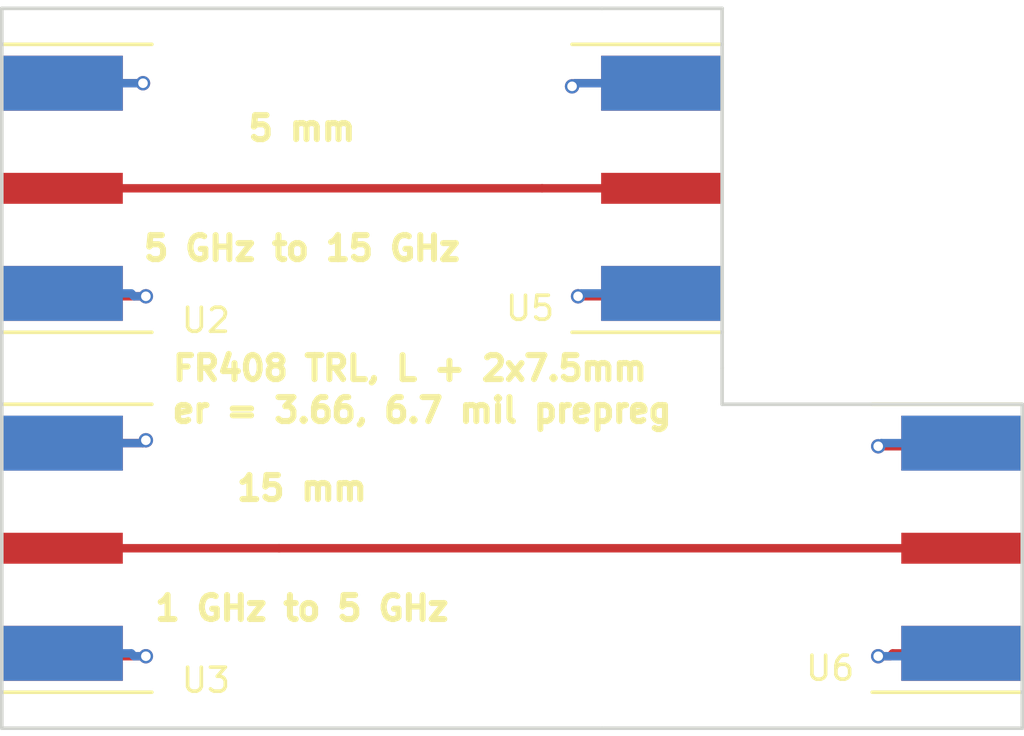
<source format=kicad_pcb>
(kicad_pcb (version 4) (host pcbnew 4.0.2-stable)

  (general
    (links 17)
    (no_connects 1)
    (area 147.224999 81.875 190.275001 112.975)
    (thickness 1.6)
    (drawings 16)
    (tracks 45)
    (zones 0)
    (modules 4)
    (nets 4)
  )

  (page A4)
  (layers
    (0 F.Cu signal)
    (1 In1.Cu signal)
    (2 In2.Cu signal)
    (31 B.Cu signal)
    (32 B.Adhes user)
    (33 F.Adhes user)
    (34 B.Paste user)
    (35 F.Paste user)
    (36 B.SilkS user)
    (37 F.SilkS user)
    (38 B.Mask user)
    (39 F.Mask user)
    (40 Dwgs.User user)
    (41 Cmts.User user)
    (42 Eco1.User user)
    (43 Eco2.User user)
    (44 Edge.Cuts user)
    (45 Margin user)
    (46 B.CrtYd user)
    (47 F.CrtYd user)
    (48 B.Fab user)
    (49 F.Fab user)
  )

  (setup
    (last_trace_width 0.35)
    (trace_clearance 0.2)
    (zone_clearance 0.508)
    (zone_45_only no)
    (trace_min 0.2)
    (segment_width 0.2)
    (edge_width 0.15)
    (via_size 0.6)
    (via_drill 0.4)
    (via_min_size 0.4)
    (via_min_drill 0.3)
    (uvia_size 0.3)
    (uvia_drill 0.1)
    (uvias_allowed no)
    (uvia_min_size 0.2)
    (uvia_min_drill 0.1)
    (pcb_text_width 0.3)
    (pcb_text_size 1.5 1.5)
    (mod_edge_width 0.15)
    (mod_text_size 1 1)
    (mod_text_width 0.15)
    (pad_size 1.524 1.524)
    (pad_drill 0.762)
    (pad_to_mask_clearance 0.2)
    (aux_axis_origin 0 0)
    (visible_elements FFFEFF7F)
    (pcbplotparams
      (layerselection 0x010f0_80000007)
      (usegerberextensions true)
      (excludeedgelayer true)
      (linewidth 0.100000)
      (plotframeref false)
      (viasonmask false)
      (mode 1)
      (useauxorigin false)
      (hpglpennumber 1)
      (hpglpenspeed 20)
      (hpglpendiameter 15)
      (hpglpenoverlay 2)
      (psnegative false)
      (psa4output false)
      (plotreference true)
      (plotvalue true)
      (plotinvisibletext false)
      (padsonsilk false)
      (subtractmaskfromsilk false)
      (outputformat 1)
      (mirror false)
      (drillshape 0)
      (scaleselection 1)
      (outputdirectory gerbs/))
  )

  (net 0 "")
  (net 1 GND)
  (net 2 "Net-(U2-Pad1)")
  (net 3 "Net-(U3-Pad1)")

  (net_class Default "This is the default net class."
    (clearance 0.2)
    (trace_width 0.35)
    (via_dia 0.6)
    (via_drill 0.4)
    (uvia_dia 0.3)
    (uvia_drill 0.1)
    (add_net GND)
    (add_net "Net-(U2-Pad1)")
    (add_net "Net-(U3-Pad1)")
  )

  (module vna_footprints:732511150_sma_thin (layer F.Cu) (tedit 571B3D40) (tstamp 571E61C5)
    (at 175 90 90)
    (path /571E6007)
    (fp_text reference U5 (at -5 -5.5 180) (layer F.SilkS)
      (effects (font (size 1 1) (thickness 0.15)))
    )
    (fp_text value CONN_SMA (at 7 -3.5 180) (layer F.Fab)
      (effects (font (size 1 1) (thickness 0.15)))
    )
    (fp_line (start 6 2.5) (end 6 -3.75) (layer F.SilkS) (width 0.15))
    (fp_line (start -6 2.5) (end -6 -3.75) (layer F.SilkS) (width 0.15))
    (pad 1 smd rect (at 0 0 90) (size 1.29 5.08) (layers F.Cu F.Paste F.Mask)
      (net 2 "Net-(U2-Pad1)"))
    (pad 2 smd rect (at 4.38 0 90) (size 2.29 5.08) (layers F.Cu F.Paste F.Mask)
      (net 1 GND))
    (pad 3 smd rect (at -4.38 0 90) (size 2.29 5.08) (layers F.Cu F.Paste F.Mask)
      (net 1 GND))
    (pad 4 smd rect (at -4.38 0 90) (size 2.29 5.08) (layers B.Cu B.Paste B.Mask)
      (net 1 GND))
    (pad 5 smd rect (at 4.38 0 90) (size 2.29 5.08) (layers B.Cu B.Paste B.Mask)
      (net 1 GND))
  )

  (module vna_footprints:732511150_sma_thin (layer F.Cu) (tedit 571B3D40) (tstamp 571E61AA)
    (at 150 90 270)
    (path /571E60B6)
    (fp_text reference U2 (at 5.5 -6 360) (layer F.SilkS)
      (effects (font (size 1 1) (thickness 0.15)))
    )
    (fp_text value CONN_SMA (at 7 -3.5 360) (layer F.Fab)
      (effects (font (size 1 1) (thickness 0.15)))
    )
    (fp_line (start 6 2.5) (end 6 -3.75) (layer F.SilkS) (width 0.15))
    (fp_line (start -6 2.5) (end -6 -3.75) (layer F.SilkS) (width 0.15))
    (pad 1 smd rect (at 0 0 270) (size 1.29 5.08) (layers F.Cu F.Paste F.Mask)
      (net 2 "Net-(U2-Pad1)"))
    (pad 2 smd rect (at 4.38 0 270) (size 2.29 5.08) (layers F.Cu F.Paste F.Mask)
      (net 1 GND))
    (pad 3 smd rect (at -4.38 0 270) (size 2.29 5.08) (layers F.Cu F.Paste F.Mask)
      (net 1 GND))
    (pad 4 smd rect (at -4.38 0 270) (size 2.29 5.08) (layers B.Cu B.Paste B.Mask)
      (net 1 GND))
    (pad 5 smd rect (at 4.38 0 270) (size 2.29 5.08) (layers B.Cu B.Paste B.Mask)
      (net 1 GND))
  )

  (module vna_footprints:732511150_sma_thin (layer F.Cu) (tedit 571B3D40) (tstamp 571E61B3)
    (at 150 105 270)
    (path /571E6A91)
    (fp_text reference U3 (at 5.5 -6 360) (layer F.SilkS)
      (effects (font (size 1 1) (thickness 0.15)))
    )
    (fp_text value CONN_SMA (at 7 -3.5 360) (layer F.Fab)
      (effects (font (size 1 1) (thickness 0.15)))
    )
    (fp_line (start 6 2.5) (end 6 -3.75) (layer F.SilkS) (width 0.15))
    (fp_line (start -6 2.5) (end -6 -3.75) (layer F.SilkS) (width 0.15))
    (pad 1 smd rect (at 0 0 270) (size 1.29 5.08) (layers F.Cu F.Paste F.Mask)
      (net 3 "Net-(U3-Pad1)"))
    (pad 2 smd rect (at 4.38 0 270) (size 2.29 5.08) (layers F.Cu F.Paste F.Mask)
      (net 1 GND))
    (pad 3 smd rect (at -4.38 0 270) (size 2.29 5.08) (layers F.Cu F.Paste F.Mask)
      (net 1 GND))
    (pad 4 smd rect (at -4.38 0 270) (size 2.29 5.08) (layers B.Cu B.Paste B.Mask)
      (net 1 GND))
    (pad 5 smd rect (at 4.38 0 270) (size 2.29 5.08) (layers B.Cu B.Paste B.Mask)
      (net 1 GND))
  )

  (module vna_footprints:732511150_sma_thin (layer F.Cu) (tedit 571B3D40) (tstamp 571E6509)
    (at 187.5 105 90)
    (path /571E6A7C)
    (fp_text reference U6 (at -5 -5.5 180) (layer F.SilkS)
      (effects (font (size 1 1) (thickness 0.15)))
    )
    (fp_text value CONN_SMA (at 7 -3.5 180) (layer F.Fab)
      (effects (font (size 1 1) (thickness 0.15)))
    )
    (fp_line (start 6 2.5) (end 6 -3.75) (layer F.SilkS) (width 0.15))
    (fp_line (start -6 2.5) (end -6 -3.75) (layer F.SilkS) (width 0.15))
    (pad 1 smd rect (at 0 0 90) (size 1.29 5.08) (layers F.Cu F.Paste F.Mask)
      (net 3 "Net-(U3-Pad1)"))
    (pad 2 smd rect (at 4.38 0 90) (size 2.29 5.08) (layers F.Cu F.Paste F.Mask)
      (net 1 GND))
    (pad 3 smd rect (at -4.38 0 90) (size 2.29 5.08) (layers F.Cu F.Paste F.Mask)
      (net 1 GND))
    (pad 4 smd rect (at -4.38 0 90) (size 2.29 5.08) (layers B.Cu B.Paste B.Mask)
      (net 1 GND))
    (pad 5 smd rect (at 4.38 0 90) (size 2.29 5.08) (layers B.Cu B.Paste B.Mask)
      (net 1 GND))
  )

  (gr_text "er = 3.66, 6.7 mil prepreg" (at 165 99.25) (layer F.SilkS) (tstamp 571E691C)
    (effects (font (size 1 1) (thickness 0.25)))
  )
  (gr_line (start 190 112.5) (end 172.5 112.5) (layer Edge.Cuts) (width 0.15))
  (gr_line (start 190 111.5) (end 190 112.5) (layer Edge.Cuts) (width 0.15))
  (gr_line (start 190 99) (end 190 111.5) (layer Edge.Cuts) (width 0.15))
  (gr_line (start 177.5 99) (end 190 99) (layer Edge.Cuts) (width 0.15))
  (gr_line (start 177.5 97.5) (end 177.5 99) (layer Edge.Cuts) (width 0.15))
  (gr_line (start 172.5 82.5) (end 177.5 82.5) (layer Edge.Cuts) (width 0.15))
  (gr_text "FR408 TRL, L + 2x7.5mm" (at 164.5 97.5) (layer F.SilkS) (tstamp 571E675D)
    (effects (font (size 1 1) (thickness 0.25)))
  )
  (gr_text "1 GHz to 5 GHz" (at 160 107.5) (layer F.SilkS) (tstamp 571E6742)
    (effects (font (size 1 1) (thickness 0.25)))
  )
  (gr_text "15 mm" (at 160 102.5) (layer F.SilkS) (tstamp 571E673C)
    (effects (font (size 1 1) (thickness 0.25)))
  )
  (gr_text "5 mm" (at 160 87.5) (layer F.SilkS) (tstamp 571E6734)
    (effects (font (size 1 1) (thickness 0.25)))
  )
  (gr_text "5 GHz to 15 GHz" (at 160 92.5) (layer F.SilkS) (tstamp 571E6717)
    (effects (font (size 1 1) (thickness 0.25)))
  )
  (gr_line (start 172.5 112.5) (end 147.5 112.5) (layer Edge.Cuts) (width 0.15))
  (gr_line (start 177.5 82.5) (end 177.5 97.5) (layer Edge.Cuts) (width 0.15))
  (gr_line (start 147.5 82.5) (end 172.5 82.5) (layer Edge.Cuts) (width 0.15))
  (gr_line (start 147.5 112.5) (end 147.5 82.5) (layer Edge.Cuts) (width 0.15))

  (segment (start 171.5 94.5) (end 174.88 94.5) (width 0.35) (layer F.Cu) (net 1))
  (segment (start 174.88 94.5) (end 175 94.38) (width 0.35) (layer F.Cu) (net 1))
  (segment (start 175 94.38) (end 171.62 94.38) (width 0.35) (layer B.Cu) (net 1))
  (segment (start 171.62 94.38) (end 171.5 94.5) (width 0.35) (layer B.Cu) (net 1))
  (segment (start 187.5 100.62) (end 184.13 100.62) (width 0.35) (layer B.Cu) (net 1))
  (segment (start 184.13 100.62) (end 184 100.75) (width 0.35) (layer B.Cu) (net 1) (tstamp 571E68A5))
  (segment (start 175 85.62) (end 171.38 85.62) (width 0.35) (layer B.Cu) (net 1))
  (segment (start 171.38 85.62) (end 171.25 85.75) (width 0.35) (layer B.Cu) (net 1))
  (segment (start 175 85.62) (end 171.38 85.62) (width 0.35) (layer F.Cu) (net 1))
  (segment (start 171.38 85.62) (end 171.25 85.75) (width 0.35) (layer F.Cu) (net 1))
  (via (at 171.25 85.75) (size 0.6) (drill 0.4) (layers F.Cu B.Cu) (net 1))
  (via (at 171.5 94.5) (size 0.6) (drill 0.4) (layers F.Cu B.Cu) (net 1))
  (segment (start 184 109.5) (end 187.38 109.5) (width 0.35) (layer B.Cu) (net 1))
  (segment (start 187.38 109.5) (end 187.5 109.38) (width 0.35) (layer B.Cu) (net 1))
  (segment (start 184.49 109.5) (end 184 109.5) (width 0.35) (layer F.Cu) (net 1))
  (via (at 184 109.5) (size 0.6) (drill 0.4) (layers F.Cu B.Cu) (net 1))
  (segment (start 187.5 109.38) (end 184.61 109.38) (width 0.35) (layer F.Cu) (net 1))
  (segment (start 184.61 109.38) (end 184.49 109.5) (width 0.35) (layer F.Cu) (net 1))
  (segment (start 184 100.75) (end 187.37 100.75) (width 0.35) (layer F.Cu) (net 1))
  (via (at 184 100.75) (size 0.6) (drill 0.4) (layers F.Cu B.Cu) (net 1))
  (segment (start 187.37 100.75) (end 187.5 100.62) (width 0.35) (layer F.Cu) (net 1))
  (segment (start 153.38 85.62) (end 150 85.62) (width 0.35) (layer B.Cu) (net 1))
  (segment (start 153.38 85.62) (end 150 85.62) (width 0.35) (layer F.Cu) (net 1))
  (via (at 153.38 85.62) (size 0.6) (drill 0.4) (layers F.Cu B.Cu) (net 1))
  (segment (start 153.5 94.5) (end 150.12 94.5) (width 0.35) (layer F.Cu) (net 1))
  (segment (start 150.12 94.5) (end 150 94.38) (width 0.35) (layer F.Cu) (net 1))
  (segment (start 153.01 94.5) (end 153.5 94.5) (width 0.35) (layer B.Cu) (net 1))
  (via (at 153.5 94.5) (size 0.6) (drill 0.4) (layers F.Cu B.Cu) (net 1))
  (segment (start 150 94.38) (end 152.89 94.38) (width 0.35) (layer B.Cu) (net 1))
  (segment (start 152.89 94.38) (end 153.01 94.5) (width 0.35) (layer B.Cu) (net 1))
  (segment (start 150 100.62) (end 153.38 100.62) (width 0.35) (layer B.Cu) (net 1))
  (segment (start 153.38 100.62) (end 153.5 100.5) (width 0.35) (layer B.Cu) (net 1))
  (segment (start 150 100.62) (end 153.38 100.62) (width 0.35) (layer F.Cu) (net 1))
  (segment (start 153.38 100.62) (end 153.5 100.5) (width 0.35) (layer F.Cu) (net 1))
  (via (at 153.5 100.5) (size 0.6) (drill 0.4) (layers F.Cu B.Cu) (net 1))
  (segment (start 153.5 109.5) (end 150.12 109.5) (width 0.35) (layer F.Cu) (net 1))
  (segment (start 150.12 109.5) (end 150 109.38) (width 0.35) (layer F.Cu) (net 1))
  (segment (start 153.01 109.5) (end 153.5 109.5) (width 0.35) (layer B.Cu) (net 1))
  (via (at 153.5 109.5) (size 0.6) (drill 0.4) (layers F.Cu B.Cu) (net 1))
  (segment (start 150 109.38) (end 152.89 109.38) (width 0.35) (layer B.Cu) (net 1))
  (segment (start 152.89 109.38) (end 153.01 109.5) (width 0.35) (layer B.Cu) (net 1))
  (segment (start 170 90) (end 175 90) (width 0.35) (layer F.Cu) (net 2))
  (segment (start 150 90) (end 170 90) (width 0.35) (layer F.Cu) (net 2))
  (segment (start 150 105) (end 159.05 105) (width 0.35) (layer F.Cu) (net 3))
  (segment (start 159.05 105) (end 187.5 105) (width 0.35) (layer F.Cu) (net 3))

  (zone (net 1) (net_name GND) (layer In1.Cu) (tstamp 0) (hatch edge 0.508)
    (connect_pads yes (clearance 0.508))
    (min_thickness 0.254)
    (fill yes (arc_segments 16) (thermal_gap 0.508) (thermal_bridge_width 0.508))
    (polygon
      (pts
        (xy 147.5 82.5) (xy 147.5 112.5) (xy 177.5 112.5) (xy 177.5 82.5)
      )
    )
    (filled_polygon
      (pts
        (xy 176.79 99) (xy 176.844046 99.271705) (xy 176.997954 99.502046) (xy 177.228295 99.655954) (xy 177.373 99.684738)
        (xy 177.373 111.79) (xy 148.21 111.79) (xy 148.21 83.21) (xy 176.79 83.21)
      )
    )
  )
  (zone (net 1) (net_name GND) (layer In1.Cu) (tstamp 0) (hatch edge 0.508)
    (connect_pads yes (clearance 0.508))
    (min_thickness 0.254)
    (fill yes (arc_segments 16) (thermal_gap 0.508) (thermal_bridge_width 0.508))
    (polygon
      (pts
        (xy 190 98.5) (xy 175 98.5) (xy 175.25 112.5) (xy 190 112.5)
      )
    )
    (filled_polygon
      (pts
        (xy 176.79 99) (xy 176.844046 99.271705) (xy 176.997954 99.502046) (xy 177.228295 99.655954) (xy 177.5 99.71)
        (xy 189.29 99.71) (xy 189.29 111.79) (xy 175.364342 111.79) (xy 175.129288 98.627) (xy 176.79 98.627)
      )
    )
  )
)

</source>
